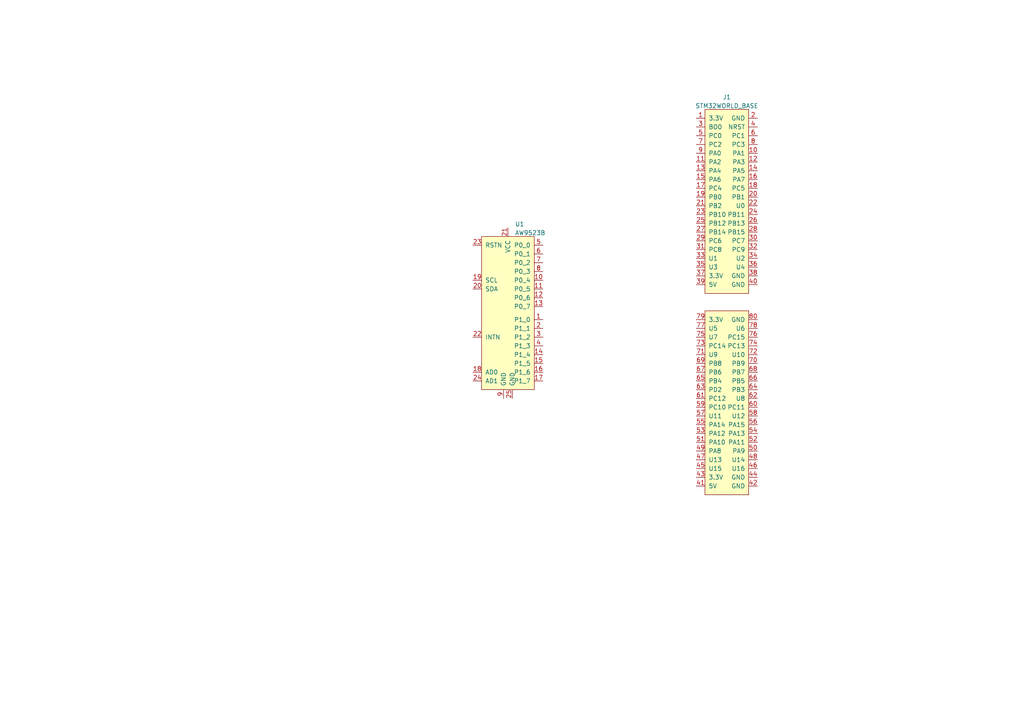
<source format=kicad_sch>
(kicad_sch (version 20211123) (generator eeschema)
  (paper "A4")
  (lib_symbols
    (symbol "stm32world:AW9523B" (pin_names (offset 1.016))
      (property "Reference" "U" (at -6.35 24.13 0))
      (property "Value" "AW9523B" (at 6.35 24.13 0))
      (symbol "AW9523B_0_1"
        (rectangle (start 7.62 22.86) (end -7.62 -21.59) (fill (type background)))
      )
      (symbol "AW9523B_1_1"
        (pin bidirectional line (at 10.16 -1.27 180) (length 2.54) (name "P1_0") (number "1"))
        (pin bidirectional line (at 10.16 10.16 180) (length 2.54) (name "P0_4") (number "10"))
        (pin bidirectional line (at 10.16 7.62 180) (length 2.54) (name "P0_5") (number "11"))
        (pin bidirectional line (at 10.16 5.08 180) (length 2.54) (name "P0_6") (number "12"))
        (pin bidirectional line (at 10.16 2.54 180) (length 2.54) (name "P0_7") (number "13"))
        (pin bidirectional line (at 10.16 -11.43 180) (length 2.54) (name "P1_4") (number "14"))
        (pin bidirectional line (at 10.16 -13.97 180) (length 2.54) (name "P1_5") (number "15"))
        (pin bidirectional line (at 10.16 -16.51 180) (length 2.54) (name "P1_6") (number "16"))
        (pin bidirectional line (at 10.16 -19.05 180) (length 2.54) (name "P1_7") (number "17"))
        (pin input line (at -10.16 -16.51 0) (length 2.54) (name "AD0") (number "18"))
        (pin input line (at -10.16 10.16 0) (length 2.54) (name "SCL") (number "19"))
        (pin bidirectional line (at 10.16 -3.81 180) (length 2.54) (name "P1_1") (number "2"))
        (pin bidirectional line (at -10.16 7.62 0) (length 2.54) (name "SDA") (number "20"))
        (pin power_in line (at 0 25.4 270) (length 2.54) (name "VCC") (number "21"))
        (pin output line (at -10.16 -6.35 0) (length 2.54) (name "INTN") (number "22"))
        (pin input line (at -10.16 20.32 0) (length 2.54) (name "RSTN") (number "23"))
        (pin input line (at -10.16 -19.05 0) (length 2.54) (name "AD1") (number "24"))
        (pin power_in line (at 1.27 -24.13 90) (length 2.54) (name "GND") (number "25"))
        (pin bidirectional line (at 10.16 -6.35 180) (length 2.54) (name "P1_2") (number "3"))
        (pin bidirectional line (at 10.16 -8.89 180) (length 2.54) (name "P1_3") (number "4"))
        (pin bidirectional line (at 10.16 20.32 180) (length 2.54) (name "P0_0") (number "5"))
        (pin bidirectional line (at 10.16 17.78 180) (length 2.54) (name "P0_1") (number "6"))
        (pin bidirectional line (at 10.16 15.24 180) (length 2.54) (name "P0_2") (number "7"))
        (pin bidirectional line (at 10.16 12.7 180) (length 2.54) (name "P0_3") (number "8"))
        (pin power_in line (at -1.27 -24.13 90) (length 2.54) (name "GND") (number "9"))
      )
    )
    (symbol "stm32world:STM32WORLD_BASE" (pin_names (offset 1.016))
      (property "Reference" "J" (at -6.35 57.15 0))
      (property "Value" "STM32WORLD_BASE" (at 10.16 57.15 0))
      (symbol "STM32WORLD_BASE_0_1"
        (rectangle (start -6.35 55.88) (end 6.35 2.54) (fill (type background)))
        (rectangle (start 6.35 -2.54) (end -6.35 -55.88) (fill (type background)))
      )
      (symbol "STM32WORLD_BASE_1_1"
        (pin passive line (at -8.89 53.34 0) (length 2.54) (name "3.3V") (number "1"))
        (pin passive line (at 8.89 43.18 180) (length 2.54) (name "PA1") (number "10"))
        (pin passive line (at -8.89 40.64 0) (length 2.54) (name "PA2") (number "11"))
        (pin passive line (at 8.89 40.64 180) (length 2.54) (name "PA3") (number "12"))
        (pin passive line (at -8.89 38.1 0) (length 2.54) (name "PA4") (number "13"))
        (pin passive line (at 8.89 38.1 180) (length 2.54) (name "PA5") (number "14"))
        (pin passive line (at -8.89 35.56 0) (length 2.54) (name "PA6") (number "15"))
        (pin passive line (at 8.89 35.56 180) (length 2.54) (name "PA7") (number "16"))
        (pin passive line (at -8.89 33.02 0) (length 2.54) (name "PC4") (number "17"))
        (pin passive line (at 8.89 33.02 180) (length 2.54) (name "PC5") (number "18"))
        (pin passive line (at -8.89 30.48 0) (length 2.54) (name "PB0") (number "19"))
        (pin passive line (at 8.89 53.34 180) (length 2.54) (name "GND") (number "2"))
        (pin passive line (at 8.89 30.48 180) (length 2.54) (name "PB1") (number "20"))
        (pin passive line (at -8.89 27.94 0) (length 2.54) (name "PB2") (number "21"))
        (pin passive line (at 8.89 27.94 180) (length 2.54) (name "U0") (number "22"))
        (pin passive line (at -8.89 25.4 0) (length 2.54) (name "PB10") (number "23"))
        (pin passive line (at 8.89 25.4 180) (length 2.54) (name "PB11") (number "24"))
        (pin passive line (at -8.89 22.86 0) (length 2.54) (name "PB12") (number "25"))
        (pin passive line (at 8.89 22.86 180) (length 2.54) (name "PB13") (number "26"))
        (pin passive line (at -8.89 20.32 0) (length 2.54) (name "PB14") (number "27"))
        (pin passive line (at 8.89 20.32 180) (length 2.54) (name "PB15") (number "28"))
        (pin passive line (at -8.89 17.78 0) (length 2.54) (name "PC6") (number "29"))
        (pin passive line (at -8.89 50.8 0) (length 2.54) (name "BO0") (number "3"))
        (pin passive line (at 8.89 17.78 180) (length 2.54) (name "PC7") (number "30"))
        (pin passive line (at -8.89 15.24 0) (length 2.54) (name "PC8") (number "31"))
        (pin passive line (at 8.89 15.24 180) (length 2.54) (name "PC9") (number "32"))
        (pin passive line (at -8.89 12.7 0) (length 2.54) (name "U1") (number "33"))
        (pin passive line (at 8.89 12.7 180) (length 2.54) (name "U2") (number "34"))
        (pin passive line (at -8.89 10.16 0) (length 2.54) (name "U3") (number "35"))
        (pin passive line (at 8.89 10.16 180) (length 2.54) (name "U4") (number "36"))
        (pin passive line (at -8.89 7.62 0) (length 2.54) (name "3.3V") (number "37"))
        (pin passive line (at 8.89 7.62 180) (length 2.54) (name "GND") (number "38"))
        (pin passive line (at -8.89 5.08 0) (length 2.54) (name "5V") (number "39"))
        (pin passive line (at 8.89 50.8 180) (length 2.54) (name "NRST") (number "4"))
        (pin passive line (at 8.89 5.08 180) (length 2.54) (name "GND") (number "40"))
        (pin passive line (at -8.89 -53.34 0) (length 2.54) (name "5V") (number "41"))
        (pin passive line (at 8.89 -53.34 180) (length 2.54) (name "GND") (number "42"))
        (pin passive line (at -8.89 -50.8 0) (length 2.54) (name "3.3V") (number "43"))
        (pin passive line (at 8.89 -50.8 180) (length 2.54) (name "GND") (number "44"))
        (pin passive line (at -8.89 -48.26 0) (length 2.54) (name "U15") (number "45"))
        (pin passive line (at 8.89 -48.26 180) (length 2.54) (name "U16") (number "46"))
        (pin passive line (at -8.89 -45.72 0) (length 2.54) (name "U13") (number "47"))
        (pin passive line (at 8.89 -45.72 180) (length 2.54) (name "U14") (number "48"))
        (pin passive line (at -8.89 -43.18 0) (length 2.54) (name "PA8") (number "49"))
        (pin passive line (at -8.89 48.26 0) (length 2.54) (name "PC0") (number "5"))
        (pin passive line (at 8.89 -43.18 180) (length 2.54) (name "PA9") (number "50"))
        (pin passive line (at -8.89 -40.64 0) (length 2.54) (name "PA10") (number "51"))
        (pin passive line (at 8.89 -40.64 180) (length 2.54) (name "PA11") (number "52"))
        (pin passive line (at -8.89 -38.1 0) (length 2.54) (name "PA12") (number "53"))
        (pin passive line (at 8.89 -38.1 180) (length 2.54) (name "PA13") (number "54"))
        (pin passive line (at -8.89 -35.56 0) (length 2.54) (name "PA14") (number "55"))
        (pin passive line (at 8.89 -35.56 180) (length 2.54) (name "PA15") (number "56"))
        (pin passive line (at -8.89 -33.02 0) (length 2.54) (name "U11") (number "57"))
        (pin passive line (at 8.89 -33.02 180) (length 2.54) (name "U12") (number "58"))
        (pin passive line (at -8.89 -30.48 0) (length 2.54) (name "PC10") (number "59"))
        (pin passive line (at 8.89 48.26 180) (length 2.54) (name "PC1") (number "6"))
        (pin passive line (at 8.89 -30.48 180) (length 2.54) (name "PC11") (number "60"))
        (pin passive line (at -8.89 -27.94 0) (length 2.54) (name "PC12") (number "61"))
        (pin passive line (at 8.89 -27.94 180) (length 2.54) (name "U8") (number "62"))
        (pin passive line (at -8.89 -25.4 0) (length 2.54) (name "PD2") (number "63"))
        (pin passive line (at 8.89 -25.4 180) (length 2.54) (name "PB3") (number "64"))
        (pin passive line (at -8.89 -22.86 0) (length 2.54) (name "PB4") (number "65"))
        (pin passive line (at 8.89 -22.86 180) (length 2.54) (name "PB5") (number "66"))
        (pin passive line (at -8.89 -20.32 0) (length 2.54) (name "PB6") (number "67"))
        (pin passive line (at 8.89 -20.32 180) (length 2.54) (name "PB7") (number "68"))
        (pin passive line (at -8.89 -17.78 0) (length 2.54) (name "PB8") (number "69"))
        (pin passive line (at -8.89 45.72 0) (length 2.54) (name "PC2") (number "7"))
        (pin passive line (at 8.89 -17.78 180) (length 2.54) (name "PB9") (number "70"))
        (pin passive line (at -8.89 -15.24 0) (length 2.54) (name "U9") (number "71"))
        (pin passive line (at 8.89 -15.24 180) (length 2.54) (name "U10") (number "72"))
        (pin passive line (at -8.89 -12.7 0) (length 2.54) (name "PC14") (number "73"))
        (pin passive line (at 8.89 -12.7 180) (length 2.54) (name "PC13") (number "74"))
        (pin passive line (at -8.89 -10.16 0) (length 2.54) (name "U7") (number "75"))
        (pin passive line (at 8.89 -10.16 180) (length 2.54) (name "PC15") (number "76"))
        (pin passive line (at -8.89 -7.62 0) (length 2.54) (name "U5") (number "77"))
        (pin passive line (at 8.89 -7.62 180) (length 2.54) (name "U6") (number "78"))
        (pin passive line (at -8.89 -5.08 0) (length 2.54) (name "3.3V") (number "79"))
        (pin passive line (at 8.89 45.72 180) (length 2.54) (name "PC3") (number "8"))
        (pin passive line (at 8.89 -5.08 180) (length 2.54) (name "GND") (number "80"))
        (pin passive line (at -8.89 43.18 0) (length 2.54) (name "PA0") (number "9"))
      )
    )
  )
  (symbol (lib_id "stm32world:STM32WORLD_BASE") (at 210.82 87.63 0) (unit 1)
    (property "Reference" "J1" (at 210.82 28.1772 0))
    (property "Value" "STM32WORLD_BASE" (at 210.82 30.7141 0))
    (property "Footprint" "stm32world:STM32WORLD_BASE" (effects hide))
  )
  (symbol (lib_id "stm32world:AW9523B") (at 147.32 91.44 0) (unit 1)
    (property "Reference" "U1" (at 149.3394 65.0072 0) (effects (justify left)))
    (property "Value" "AW9523B" (at 149.3394 67.5441 0) (effects (justify left)))
    (property "Footprint" "Package_DFN_QFN:TQFN-24-1EP_4x4mm_P0.5mm_EP2.8x2.8mm_PullBack_ThermalVias" (effects hide))
    (property "LCSC" "C148077" (effects hide))
  )
)
</source>
